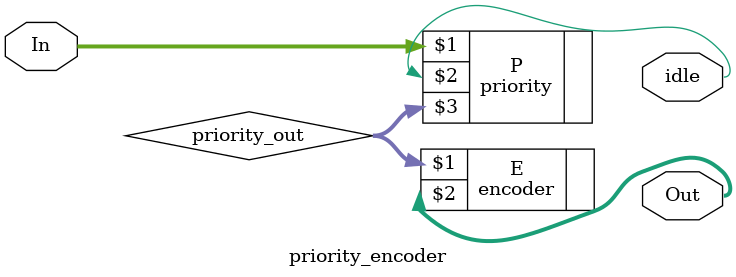
<source format=v>
module priority_encoder (
     In,idle,Out
);
    input [7:0]In;
    output [2:0]Out;
    output idle;
    wire [7:0]priority_out;
    priority P(In,idle,priority_out);
    encoder E(priority_out,Out);
    
endmodule
</source>
